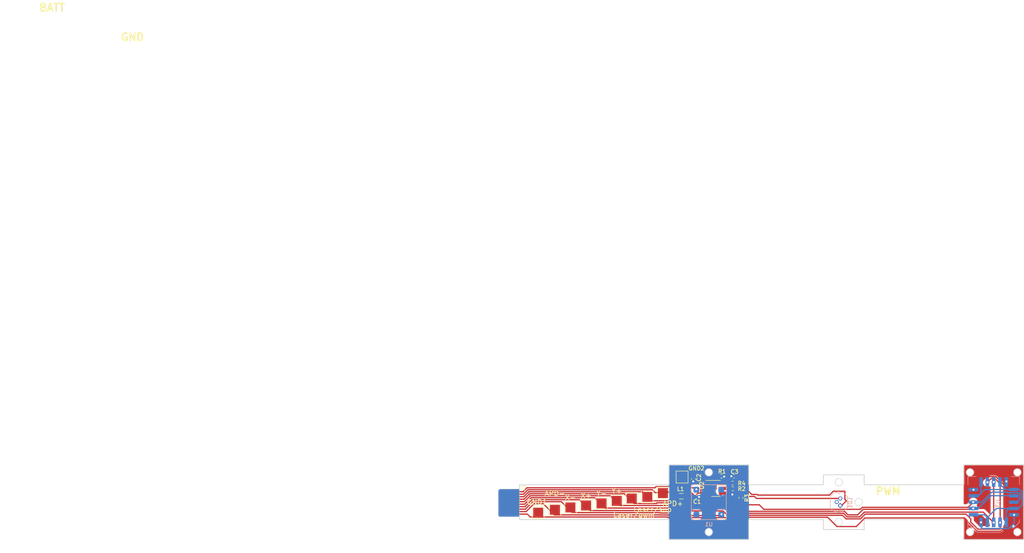
<source format=kicad_pcb>
(kicad_pcb (version 20221018) (generator pcbnew)
  (layers (0 "F.Cu" signal) (31 "B.Cu" signal) (34 "B.Paste" user) (35 "F.Paste" user) (36 "B.SilkS" user "B.Silkscreen") (37 "F.SilkS" user "F.Silkscreen") (38 "B.Mask" user) (39 "F.Mask" user) (44 "Edge.Cuts" user))
  (net 0 "")
  (net 1 "GND")
  (net 2 "Net-(LD1-A)")
  (net 3 "Net-(C3-Pad1)")
  (net 4 "Net-(U2-SW)")
  (net 6 "Net-(LD1-C)")
  (net 7 "Net-(U2-FB)")
  (net 9 "Net-(J3-Pin_9)")
  (net 10 "Net-(J3-Pin_1)")
  (net 11 "Net-(J3-Pin_2)")
  (net 12 "Net-(J3-Pin_5)")
  (net 13 "Net-(J3-Pin_6)")
  (net 14 "Net-(J3-Pin_4)")
  (net 15 "Net-(J3-Pin_3)")
  (net 16 "Net-(J3-Pin_7)")
  (net 17 "Net-(U3-NC-Pad12)")
  (net 18 "Net-(J3-Pin_8)")
  (footprint "footprints:FH19C_Connector" (layer "F.Cu") (at 96.5 88.425 90)
    (fp_text reference "J3" (at 2.95 2.5 90 unlocked) (layer "F.SilkS") (effects (font (size 0.8 0.8) (thickness 0.1))))
    (fp_text value "Conn_01x10")
    (fp_poly (pts (xy -2.66 1.6) (xy -2.66 -2.25) (xy -2.52 -2.39) (xy 2.42 -2.4) (xy 2.66 -2.23) (xy 2.68 1.61)) (stroke (width 0.2)) (fill solid) (layer "B.Cu"))
    (fp_line (start -2.58 1.75) (end 2.67 1.75) (stroke (width 0.05)) (layer "F.SilkS"))
    (fp_line (start -2.8 -2.3) (end -2.8 1.75) (stroke (width 0.05)) (layer "Edge.Cuts"))
    (fp_line (start -2.55 -2.55) (end -2.8 -2.3) (stroke (width 0.05)) (layer "Edge.Cuts"))
    (fp_line (start 2.45 -2.55) (end -2.55 -2.55) (stroke (width 0.05)) (layer "Edge.Cuts"))
    (fp_line (start 2.8 -2.3) (end 2.45 -2.55) (stroke (width 0.05)) (layer "Edge.Cuts"))
    (fp_line (start 2.8 1.75) (end 2.8 -2.3) (stroke (width 0.05)) (layer "Edge.Cuts"))
    (pad "1" smd rect (at -2.25 -1.02 180) (size 2.5 0.33) (layers "F.Cu" "F.Paste" "F.Mask") (net 10 "Net-(J3-Pin_1)"))
    (pad "2" smd rect (at -1.75 -1.02 180) (size 2.5 0.33) (layers "F.Cu" "F.Paste" "F.Mask") (net 11 "Net-(J3-Pin_2)"))
    (pad "3" smd rect (at -1.25 -1.02 180) (size 2.5 0.33) (layers "F.Cu" "F.Paste" "F.Mask") (net 15 "Net-(J3-Pin_3)"))
    (pad "4" smd rect (at -0.75 -1.02 180) (size 2.5 0.33) (layers "F.Cu" "F.Paste" "F.Mask") (net 14 "Net-(J3-Pin_4)"))
    (pad "5" smd rect (at -0.25 -1.02 180) (size 2.5 0.33) (layers "F.Cu" "F.Paste" "F.Mask") (net 12 "Net-(J3-Pin_5)"))
    (pad "6" smd rect (at 0.25 -1.02 180) (size 2.5 0.33) (layers "F.Cu" "F.Paste" "F.Mask") (net 13 "Net-(J3-Pin_6)"))
    (pad "7" smd rect (at 0.75 -1.02 180) (size 2.5 0.33) (layers "F.Cu" "F.Paste" "F.Mask") (net 16 "Net-(J3-Pin_7)"))
    (pad "8" smd rect (at 1.25 -1.02 180) (size 2.5 0.33) (layers "F.Cu" "F.Paste" "F.Mask") (net 18 "Net-(J3-Pin_8)"))
    (pad "9" smd rect (at 1.75 -1.02 180) (size 2.5 0.33) (layers "F.Cu" "F.Paste" "F.Mask") (net 9 "Net-(J3-Pin_9)"))
    (pad "10" smd rect (at 2.25 -1.02 180) (size 2.5 0.33) (layers "F.Cu" "F.Paste" "F.Mask") (net 1 "GND"))
  )
  (footprint "TestPoint:TestPoint_Pad_2.0x2.0mm" (layer "F.Cu") (at 120.78 87.53)
    (fp_text reference "Laser/pwm" (at 0.44 3.32) (layer "F.SilkS"))
    (fp_text value "TestPoint")
    (fp_line (start -1.2 -1.2) (end 1.2 -1.2) (stroke (width 0.12)) (layer "F.SilkS"))
    (fp_line (start -1.2 1.2) (end -1.2 -1.2) (stroke (width 0.12)) (layer "F.SilkS"))
    (fp_line (start 1.2 -1.2) (end 1.2 1.2) (stroke (width 0.12)) (layer "F.SilkS"))
    (fp_line (start 1.2 1.2) (end -1.2 1.2) (stroke (width 0.12)) (layer "F.SilkS"))
    (pad "1" smd rect (at 0 0) (size 2 2) (layers "F.Cu" "F.Mask") (net 16 "Net-(J3-Pin_7)"))
  )
  (footprint "Resistor_SMD:R_0402_1005Metric" (layer "F.Cu") (at 142.7 87.4 -90)
    (fp_text reference "R3" (at 0.05 -1.2 -90) (layer "F.SilkS") (effects (font (size 0.8 0.8))))
    (fp_text value "33k")
    (fp_line (start -0.153641 -0.38) (end 0.153641 -0.38) (stroke (width 0.12)) (layer "F.SilkS"))
    (fp_line (start -0.153641 0.38) (end 0.153641 0.38) (stroke (width 0.12)) (layer "F.SilkS"))
    (pad "1" smd roundrect (at -0.51 0 270) (size 0.54 0.64) (layers "F.Cu" "F.Paste" "F.Mask") (net 3 "Net-(C3-Pad1)"))
    (pad "2" smd roundrect (at 0.51 0 270) (size 0.54 0.64) (layers "F.Cu" "F.Paste" "F.Mask") (net 16 "Net-(J3-Pin_7)"))
  )
  (footprint "TestPoint:TestPoint_Pad_2.0x2.0mm" (layer "F.Cu") (at 111.61 88.94)
    (fp_text reference "X+" (at 0 -1.998) (layer "F.SilkS"))
    (fp_text value "TestPoint")
    (fp_line (start -1.2 -1.2) (end 1.2 -1.2) (stroke (width 0.12)) (layer "F.SilkS"))
    (fp_line (start -1.2 1.2) (end -1.2 -1.2) (stroke (width 0.12)) (layer "F.SilkS"))
    (fp_line (start 1.2 -1.2) (end 1.2 1.2) (stroke (width 0.12)) (layer "F.SilkS"))
    (fp_line (start 1.2 1.2) (end -1.2 1.2) (stroke (width 0.12)) (layer "F.SilkS"))
    (pad "1" smd rect (at 0 0) (size 2 2) (layers "F.Cu" "F.Mask") (net 14 "Net-(J3-Pin_4)"))
  )
  (footprint "TestPoint:TestPoint_Pad_2.0x2.0mm" (layer "F.Cu") (at 105.35 89.81)
    (fp_text reference "APD-" (at -0.02 -3.29) (layer "F.SilkS"))
    (fp_text value "TestPoint")
    (fp_line (start -1.2 -1.2) (end 1.2 -1.2) (stroke (width 0.12)) (layer "F.SilkS"))
    (fp_line (start -1.2 1.2) (end -1.2 -1.2) (stroke (width 0.12)) (layer "F.SilkS"))
    (fp_line (start 1.2 -1.2) (end 1.2 1.2) (stroke (width 0.12)) (layer "F.SilkS"))
    (fp_line (start 1.2 1.2) (end -1.2 1.2) (stroke (width 0.12)) (layer "F.SilkS"))
    (pad "1" smd rect (at 0 0) (size 2 2) (layers "F.Cu" "F.Mask") (net 11 "Net-(J3-Pin_2)"))
  )
  (footprint "Resistor_SMD:R_0402_1005Metric" (layer "F.Cu") (at 141.025 84.45)
    (fp_text reference "R4" (at 1.825 0.05) (layer "F.SilkS") (effects (font (size 0.8 0.8))))
    (fp_text value "4.7k")
    (fp_line (start -0.153641 -0.38) (end 0.153641 -0.38) (stroke (width 0.12)) (layer "F.SilkS"))
    (fp_line (start -0.153641 0.38) (end 0.153641 0.38) (stroke (width 0.12)) (layer "F.SilkS"))
    (pad "1" smd roundrect (at -0.51 0) (size 0.54 0.64) (layers "F.Cu" "F.Paste" "F.Mask") (net 6 "Net-(LD1-C)"))
    (pad "2" smd roundrect (at 0.51 0) (size 0.54 0.64) (layers "F.Cu" "F.Paste" "F.Mask") (net 7 "Net-(U2-FB)"))
  )
  (footprint "Capacitor_SMD:C_0402_1005Metric" (layer "F.Cu") (at 133.795 87.225)
    (fp_text reference "C1" (at 0.095 0.951) (layer "F.SilkS") (effects (font (size 0.8 0.8))))
    (fp_text value "1u")
    (fp_line (start -0.107836 -0.36) (end 0.107836 -0.36) (stroke (width 0.12)) (layer "F.SilkS"))
    (fp_line (start -0.107836 0.36) (end 0.107836 0.36) (stroke (width 0.12)) (layer "F.SilkS"))
    (pad "1" smd roundrect (at -0.48 0) (size 0.56 0.62) (layers "F.Cu" "F.Paste" "F.Mask") (net 18 "Net-(J3-Pin_8)"))
    (pad "2" smd roundrect (at 0.48 0) (size 0.56 0.62) (layers "F.Cu" "F.Paste" "F.Mask") (net 1 "GND"))
  )
  (footprint "TestPoint:TestPoint_Pad_2.0x2.0mm" (layer "F.Cu") (at 127.04 86.45)
    (fp_text reference "APD+" (at 2.01 2.11) (layer "F.SilkS"))
    (fp_text value "TestPoint")
    (fp_line (start -1.2 -1.2) (end 1.2 -1.2) (stroke (width 0.12)) (layer "F.SilkS"))
    (fp_line (start -1.2 1.2) (end -1.2 -1.2) (stroke (width 0.12)) (layer "F.SilkS"))
    (fp_line (start 1.2 -1.2) (end 1.2 1.2) (stroke (width 0.12)) (layer "F.SilkS"))
    (fp_line (start 1.2 1.2) (end -1.2 1.2) (stroke (width 0.12)) (layer "F.SilkS"))
    (pad "1" smd rect (at 0 0) (size 2 2) (layers "F.Cu" "F.Mask") (net 9 "Net-(J3-Pin_9)"))
  )
  (footprint "TestPoint:TestPoint_Pad_2.0x2.0mm" (layer "F.Cu") (at 101.99 90.39)
    (fp_text reference "GND1" (at -0.25 -2.11) (layer "F.SilkS"))
    (fp_text value "TestPoint")
    (fp_line (start -1.2 -1.2) (end 1.2 -1.2) (stroke (width 0.12)) (layer "F.SilkS"))
    (fp_line (start -1.2 1.2) (end -1.2 -1.2) (stroke (width 0.12)) (layer "F.SilkS"))
    (fp_line (start 1.2 -1.2) (end 1.2 1.2) (stroke (width 0.12)) (layer "F.SilkS"))
    (fp_line (start 1.2 1.2) (end -1.2 1.2) (stroke (width 0.12)) (layer "F.SilkS"))
    (pad "1" smd rect (at 0 0) (size 2 2) (layers "F.Cu" "F.Mask") (net 10 "Net-(J3-Pin_1)"))
  )
  (footprint "Capacitor_SMD:C_0402_1005Metric" (layer "F.Cu") (at 133.175 83.625 -90)
    (fp_text reference "C2" (at -0.275 -1.075 -90) (layer "F.SilkS") (effects (font (size 0.8 0.8))))
    (fp_text value "1u")
    (fp_line (start -0.107836 -0.36) (end 0.107836 -0.36) (stroke (width 0.12)) (layer "F.SilkS"))
    (fp_line (start -0.107836 0.36) (end 0.107836 0.36) (stroke (width 0.12)) (layer "F.SilkS"))
    (pad "1" smd roundrect (at -0.48 0 270) (size 0.56 0.62) (layers "F.Cu" "F.Paste" "F.Mask") (net 2 "Net-(LD1-A)"))
    (pad "2" smd roundrect (at 0.48 0 270) (size 0.56 0.62) (layers "F.Cu" "F.Paste" "F.Mask") (net 1 "GND"))
  )
  (footprint "TestPoint:TestPoint_Pad_2.0x2.0mm" (layer "F.Cu") (at 108.46 89.33)
    (fp_text reference "X-" (at 0 -1.998) (layer "F.SilkS"))
    (fp_text value "TestPoint")
    (fp_line (start -1.2 -1.2) (end 1.2 -1.2) (stroke (width 0.12)) (layer "F.SilkS"))
    (fp_line (start -1.2 1.2) (end -1.2 -1.2) (stroke (width 0.12)) (layer "F.SilkS"))
    (fp_line (start 1.2 -1.2) (end 1.2 1.2) (stroke (width 0.12)) (layer "F.SilkS"))
    (fp_line (start 1.2 1.2) (end -1.2 1.2) (stroke (width 0.12)) (layer "F.SilkS"))
    (pad "1" smd rect (at 0 0) (size 2 2) (layers "F.Cu" "F.Mask") (net 15 "Net-(J3-Pin_3)"))
  )
  (footprint "Capacitor_SMD:C_0402_1005Metric" (layer "F.Cu") (at 141.3 83.075 180)
    (fp_text reference "C3" (at -0.125 0.925 180) (layer "F.SilkS") (effects (font (size 0.8 0.8))))
    (fp_text value "0.1u")
    (fp_line (start -0.107836 -0.36) (end 0.107836 -0.36) (stroke (width 0.12)) (layer "F.SilkS"))
    (fp_line (start -0.107836 0.36) (end 0.107836 0.36) (stroke (width 0.12)) (layer "F.SilkS"))
    (pad "1" smd roundrect (at -0.48 0 180) (size 0.56 0.62) (layers "F.Cu" "F.Paste" "F.Mask") (net 3 "Net-(C3-Pad1)"))
    (pad "2" smd roundrect (at 0.48 0 180) (size 0.56 0.62) (layers "F.Cu" "F.Paste" "F.Mask") (net 1 "GND"))
  )
  (footprint "Resistor_SMD:R_0402_1005Metric" (layer "F.Cu") (at 141.1 85.575)
    (fp_text reference "R2" (at 1.75 0.025) (layer "F.SilkS") (effects (font (size 0.8 0.8))))
    (fp_text value "4.7k")
    (fp_line (start -0.153641 -0.38) (end 0.153641 -0.38) (stroke (width 0.12)) (layer "F.SilkS"))
    (fp_line (start -0.153641 0.38) (end 0.153641 0.38) (stroke (width 0.12)) (layer "F.SilkS"))
    (pad "1" smd roundrect (at -0.51 0) (size 0.54 0.64) (layers "F.Cu" "F.Paste" "F.Mask") (net 7 "Net-(U2-FB)"))
    (pad "2" smd roundrect (at 0.51 0) (size 0.54 0.64) (layers "F.Cu" "F.Paste" "F.Mask") (net 3 "Net-(C3-Pad1)"))
  )
  (footprint "TestPoint:TestPoint_Pad_2.0x2.0mm" (layer "F.Cu") (at 114.71 88.52)
    (fp_text reference "Y-" (at 0 -1.998) (layer "F.SilkS"))
    (fp_text value "TestPoint")
    (fp_line (start -1.2 -1.2) (end 1.2 -1.2) (stroke (width 0.12)) (layer "F.SilkS"))
    (fp_line (start -1.2 1.2) (end -1.2 -1.2) (stroke (width 0.12)) (layer "F.SilkS"))
    (fp_line (start 1.2 -1.2) (end 1.2 1.2) (stroke (width 0.12)) (layer "F.SilkS"))
    (fp_line (start 1.2 1.2) (end -1.2 1.2) (stroke (width 0.12)) (layer "F.SilkS"))
    (pad "1" smd rect (at 0 0) (size 2 2) (layers "F.Cu" "F.Mask") (net 12 "Net-(J3-Pin_5)"))
  )
  (footprint "Resistor_SMD:R_0402_1005Metric" (layer "F.Cu") (at 138.8 83.05 180)
    (fp_text reference "R1" (at -0.1 0.95 180) (layer "F.SilkS") (effects (font (size 0.8 0.8))))
    (fp_text value "2")
    (fp_line (start -0.153641 -0.38) (end 0.153641 -0.38) (stroke (width 0.12)) (layer "F.SilkS"))
    (fp_line (start -0.153641 0.38) (end 0.153641 0.38) (stroke (width 0.12)) (layer "F.SilkS"))
    (pad "1" smd roundrect (at -0.51 0 180) (size 0.54 0.64) (layers "F.Cu" "F.Paste" "F.Mask") (net 1 "GND"))
    (pad "2" smd roundrect (at 0.51 0 180) (size 0.54 0.64) (layers "F.Cu" "F.Paste" "F.Mask") (net 6 "Net-(LD1-C)"))
  )
  (footprint "Inductor_SMD:L_0805_2012Metric_Pad1.05x1.20mm_HandSolder" (layer "F.Cu") (at 130.725 87.075 180)
    (fp_text reference "L1" (at 0.15 1.45) (layer "F.SilkS") (effects (font (size 0.8 0.8))))
    (fp_text value "4.7u")
    (fp_line (start -0.410242 -0.56) (end 0.410242 -0.56) (stroke (width 0.12)) (layer "F.SilkS"))
    (fp_line (start -0.410242 0.56) (end 0.410242 0.56) (stroke (width 0.12)) (layer "F.SilkS"))
    (pad "1" smd roundrect (at -1.15 0 180) (size 1.05 1.2) (layers "F.Cu" "F.Paste" "F.Mask") (roundrect_rratio 0.238095) (net 4 "Net-(U2-SW)"))
    (pad "2" smd roundrect (at 1.15 0 180) (size 1.05 1.2) (layers "F.Cu" "F.Paste" "F.Mask") (roundrect_rratio 0.238095) (net 18 "Net-(J3-Pin_8)"))
  )
  (footprint "TestPoint:TestPoint_Pad_2.0x2.0mm" (layer "F.Cu") (at 117.77 88.01)
    (fp_text reference "Y+" (at 0 -1.998) (layer "F.SilkS"))
    (fp_text value "TestPoint")
    (fp_line (start -1.2 -1.2) (end 1.2 -1.2) (stroke (width 0.12)) (layer "F.SilkS"))
    (fp_line (start -1.2 1.2) (end -1.2 -1.2) (stroke (width 0.12)) (layer "F.SilkS"))
    (fp_line (start 1.2 -1.2) (end 1.2 1.2) (stroke (width 0.12)) (layer "F.SilkS"))
    (fp_line (start 1.2 1.2) (end -1.2 1.2) (stroke (width 0.12)) (layer "F.SilkS"))
    (pad "1" smd rect (at 0 0) (size 2 2) (layers "F.Cu" "F.Mask") (net 13 "Net-(J3-Pin_6)"))
  )
  (footprint "Package_TO_SOT_SMD:SOT-23-6_Handsoldering" (layer "F.Cu") (at 137.675 85.5)
    (fp_text reference "U2" (at -2.825 -0.6 90) (layer "F.SilkS") (effects (font (size 0.8 0.8))))
    (fp_text value "~")
    (fp_line (start -0.9 1.61) (end 0.9 1.61) (stroke (width 0.12)) (layer "F.SilkS"))
    (fp_line (start 0.9 -1.61) (end -2.05 -1.61) (stroke (width 0.12)) (layer "F.SilkS"))
    (pad "1" smd rect (at -1.35 -0.95) (size 1.56 0.65) (layers "F.Cu" "F.Paste" "F.Mask") (net 18 "Net-(J3-Pin_8)"))
    (pad "2" smd rect (at -1.35 0) (size 1.56 0.65) (layers "F.Cu" "F.Paste" "F.Mask") (net 2 "Net-(LD1-A)"))
    (pad "3" smd rect (at -1.35 0.95) (size 1.56 0.65) (layers "F.Cu" "F.Paste" "F.Mask") (net 18 "Net-(J3-Pin_8)"))
    (pad "4" smd rect (at 1.35 0.95) (size 1.56 0.65) (layers "F.Cu" "F.Paste" "F.Mask") (net 4 "Net-(U2-SW)"))
    (pad "5" smd rect (at 1.35 0) (size 1.56 0.65) (layers "F.Cu" "F.Paste" "F.Mask") (net 1 "GND"))
    (pad "6" smd rect (at 1.35 -0.95) (size 1.56 0.65) (layers "F.Cu" "F.Paste" "F.Mask") (net 7 "Net-(U2-FB)"))
  )
  (footprint "TestPoint:TestPoint_Pad_2.0x2.0mm" (layer "F.Cu") (at 123.9 87.21)
    (fp_text reference "Laser/sup" (at 1.06 2.53) (layer "F.SilkS"))
    (fp_text value "TestPoint")
    (fp_line (start -1.2 -1.2) (end 1.2 -1.2) (stroke (width 0.12)) (layer "F.SilkS"))
    (fp_line (start -1.2 1.2) (end -1.2 -1.2) (stroke (width 0.12)) (layer "F.SilkS"))
    (fp_line (start 1.2 -1.2) (end 1.2 1.2) (stroke (width 0.12)) (layer "F.SilkS"))
    (fp_line (start 1.2 1.2) (end -1.2 1.2) (stroke (width 0.12)) (layer "F.SilkS"))
    (pad "1" smd rect (at 0 0) (size 2 2) (layers "F.Cu" "F.Mask") (net 18 "Net-(J3-Pin_8)"))
  )
  (footprint "TestPoint:TestPoint_Pad_2.0x2.0mm" (layer "F.Cu") (at 130.88 83.22)
    (fp_text reference "GND2" (at 2.89 -1.73) (layer "F.SilkS") (effects (font (size 0.8 0.8))))
    (fp_text value "TestPoint")
    (fp_line (start -1.2 -1.2) (end 1.2 -1.2) (stroke (width 0.12)) (layer "F.SilkS"))
    (fp_line (start -1.2 1.2) (end -1.2 -1.2) (stroke (width 0.12)) (layer "F.SilkS"))
    (fp_line (start 1.2 -1.2) (end 1.2 1.2) (stroke (width 0.12)) (layer "F.SilkS"))
    (fp_line (start 1.2 1.2) (end -1.2 1.2) (stroke (width 0.12)) (layer "F.SilkS"))
    (pad "1" smd rect (at 0 0) (size 2 2) (layers "F.Cu" "F.Mask") (net 1 "GND"))
  )
  (footprint "Package_LCC:PLCC-20" (layer "B.Cu") (at 193.45 88.275 90)
    (fp_text reference "U3" (at -0.275 0.825 90) (layer "B.SilkS") (effects (font (size 0.8 0.8)) (justify mirror)))
    (fp_text value "~")
    (fp_line (start -5.165 -5.165) (end -5.165 -3.515) (stroke (width 0.1)) (layer "B.SilkS"))
    (fp_line (start -5.165 4.015) (end -5.165 3.515) (stroke (width 0.1)) (layer "B.SilkS"))
    (fp_line (start -4.015 5.165) (end -5.165 4.015) (stroke (width 0.1)) (layer "B.SilkS"))
    (fp_line (start -3.515 -5.165) (end -5.165 -5.165) (stroke (width 0.1)) (layer "B.SilkS"))
    (fp_line (start -3.515 5.165) (end -4.015 5.165) (stroke (width 0.1)) (layer "B.SilkS"))
    (fp_line (start 3.515 -5.165) (end 5.165 -5.165) (stroke (width 0.1)) (layer "B.SilkS"))
    (fp_line (start 3.515 5.165) (end 5.165 5.165) (stroke (width 0.1)) (layer "B.SilkS"))
    (fp_line (start 5.165 -5.165) (end 5.165 -3.515) (stroke (width 0.1)) (layer "B.SilkS"))
    (fp_line (start 5.165 5.165) (end 5.165 3.515) (stroke (width 0.1)) (layer "B.SilkS"))
    (pad "1" smd rect (at 0 4.0525 90) (size 0.7 1.925) (layers "B.Cu" "B.Paste" "B.Mask") (net 13 "Net-(J3-Pin_6)"))
    (pad "2" smd rect (at -1.27 4.0525 90) (size 0.7 1.925) (layers "B.Cu" "B.Paste" "B.Mask") (net 17 "Net-(U3-NC-Pad12)"))
    (pad "3" smd rect (at -2.54 4.0525 90) (size 0.7 1.925) (layers "B.Cu" "B.Paste" "B.Mask") (net 10 "Net-(J3-Pin_1)"))
    (pad "4" smd rect (at -4.0525 2.54 90) (size 1.925 0.7) (layers "B.Cu" "B.Paste" "B.Mask") (net 17 "Net-(U3-NC-Pad12)"))
    (pad "5" smd rect (at -4.0525 1.27 90) (size 1.925 0.7) (layers "B.Cu" "B.Paste" "B.Mask") (net 15 "Net-(J3-Pin_3)"))
    (pad "6" smd rect (at -4.0525 0 90) (size 1.925 0.7) (layers "B.Cu" "B.Paste" "B.Mask") (net 14 "Net-(J3-Pin_4)"))
    (pad "7" smd rect (at -4.0525 -1.27 90) (size 1.925 0.7) (layers "B.Cu" "B.Paste" "B.Mask") (net 17 "Net-(U3-NC-Pad12)"))
    (pad "8" smd rect (at -4.0525 -2.54 90) (size 1.925 0.7) (layers "B.Cu" "B.Paste" "B.Mask") (net 10 "Net-(J3-Pin_1)"))
    (pad "9" smd rect (at -2.54 -4.0525 90) (size 0.7 1.925) (layers "B.Cu" "B.Paste" "B.Mask") (net 17 "Net-(U3-NC-Pad12)"))
    (pad "10" smd rect (at -1.27 -4.0525 90) (size 0.7 1.925) (layers "B.Cu" "B.Paste" "B.Mask") (net 12 "Net-(J3-Pin_5)"))
    (pad "11" smd rect (at 0 -4.0525 90) (size 0.7 1.925) (layers "B.Cu" "B.Paste" "B.Mask") (net 13 "Net-(J3-Pin_6)"))
    (pad "12" smd rect (at 1.27 -4.0525 90) (size 0.7 1.925) (layers "B.Cu" "B.Paste" "B.Mask") (net 17 "Net-(U3-NC-Pad12)"))
    (pad "13" smd rect (at 2.54 -4.0525 90) (size 0.7 1.925) (layers "B.Cu" "B.Paste" "B.Mask") (net 10 "Net-(J3-Pin_1)"))
    (pad "14" smd rect (at 4.0525 -2.54 90) (size 1.925 0.7) (layers "B.Cu" "B.Paste" "B.Mask") (net 17 "Net-(U3-NC-Pad12)"))
    (pad "15" smd rect (at 4.0525 -1.27 90) (size 1.925 0.7) (layers "B.Cu" "B.Paste" "B.Mask") (net 15 "Net-(J3-Pin_3)"))
    (pad "16" smd rect (at 4.0525 0 90) (size 1.925 0.7) (layers "B.Cu" "B.Paste" "B.Mask") (net 14 "Net-(J3-Pin_4)"))
    (pad "17" smd rect (at 4.0525 1.27 90) (size 1.925 0.7) (layers "B.Cu" "B.Paste" "B.Mask") (net 17 "Net-(U3-NC-Pad12)"))
    (pad "18" smd rect (at 4.0525 2.54 90) (size 1.925 0.7) (layers "B.Cu" "B.Paste" "B.Mask") (net 10 "Net-(J3-Pin_1)"))
    (pad "19" smd rect (at 2.54 4.0525 90) (size 0.7 1.925) (layers "B.Cu" "B.Paste" "B.Mask") (net 17 "Net-(U3-NC-Pad12)"))
    (pad "20" smd rect (at 1.27 4.0525 90) (size 0.7 1.925) (layers "B.Cu" "B.Paste" "B.Mask") (net 12 "Net-(J3-Pin_5)"))
  )
  (footprint "0_kicad_custom_footprints:SensL_SiPM_6mm" (layer "B.Cu") (at 136.25 88.275 180)
    (fp_text reference "U1" (at 0 -4.445 unlocked) (layer "B.SilkS") (effects (font (size 0.8 0.8)) (justify mirror)))
    (fp_text value "SensL_SiPM")
    (fp_rect (start -3.5 -3.5) (end 3.5 3.5) (stroke (width 0.12)) (fill none) (layer "B.SilkS"))
    (pad "1" smd roundrect (at -2.5 -2.5 180) (size 1.2 1.2) (layers "B.Cu" "B.Paste" "B.Mask") (net 11 "Net-(J3-Pin_2)"))
    (pad "2" smd roundrect (at 2.5 -2.5 180) (size 1.2 1.2) (layers "B.Cu" "B.Paste" "B.Mask"))
    (pad "3" smd roundrect (at 2.5 2.5 180) (size 1.2 1.2) (layers "B.Cu" "B.Paste" "B.Mask") (net 9 "Net-(J3-Pin_9)"))
    (pad "4" smd roundrect (at -2.5 2.5 180) (size 1.2 1.2) (layers "B.Cu" "B.Paste" "B.Mask"))
  )
  (footprint "OptoDevice:LaserDiode_TO38ICut-3" (layer "B.Cu") (at 162.35 88.955 90)
    (fp_text reference "LD1" (at 0.525 2.274 -90) (layer "B.SilkS") (effects (font (size 0.8 0.8)) (justify mirror)))
    (fp_text value "PL450B")
    (fp_line (start -1.15 0.3) (end -0.95 0) (stroke (width 0.12)) (layer "B.SilkS"))
    (fp_line (start -0.95 0) (end -1.15 -0.3) (stroke (width 0.12)) (layer "B.SilkS"))
    (fp_line (start -0.4 -1.7) (end 1.8 -1.7) (stroke (width 0.12)) (layer "B.SilkS"))
    (fp_line (start 1.8 1.7) (end -0.4 1.7) (stroke (width 0.12)) (layer "B.SilkS"))
    (fp_line (start 2.35 0) (end 2.55 -0.3) (stroke (width 0.12)) (layer "B.SilkS"))
    (fp_line (start 2.55 0.3) (end 2.35 0) (stroke (width 0.12)) (layer "B.SilkS"))
    (fp_arc (start -0.4 1.7) (mid -1.320296 0) (end -0.4 -1.7) (stroke (width 0.12)) (layer "B.SilkS"))
    (fp_arc (start 1.790069 -1.706327) (mid 2.729422 -0.005888) (end 1.8 1.7) (stroke (width 0.12)) (layer "B.SilkS"))
    (pad "1" thru_hole roundrect (at 0 0.3 45) (size 0.8 0.8) (drill 0.5) (layers "*.Cu" "*.Mask") (net 2 "Net-(LD1-A)"))
    (pad "2" thru_hole circle (at 0.715 -0.415 90) (size 0.8 0.8) (drill 0.5) (layers "*.Cu" "*.Mask"))
    (pad "3" thru_hole circle (at 1.43 0.3 90) (size 0.8 0.8) (drill 0.5) (layers "*.Cu" "*.Mask") (net 6 "Net-(LD1-C)"))
  )
  (gr_line (start 128.25 95.775) (end 128.25 91.775) (stroke (width 0.15)) (layer "Edge.Cuts"))
  (gr_line (start 187.45 95.775) (end 187.45 91.775) (stroke (width 0.15)) (layer "Edge.Cuts"))
  (gr_line (start 128.25 80.775) (end 144.25 80.775) (stroke (width 0.15)) (layer "Edge.Cuts"))
  (gr_line (start 167.45 91.775) (end 167.45 93.775) (stroke (width 0.15)) (layer "Edge.Cuts"))
  (gr_line (start 159.25 84.775) (end 159.25 82.775) (stroke (width 0.15)) (layer "Edge.Cuts"))
  (gr_circle (center 166.35 88.245) (end 167.1 88.245) (stroke (width 0.1)) (fill none) (layer "Edge.Cuts"))
  (gr_line (start 144.25 95.775) (end 128.25 95.775) (stroke (width 0.15)) (layer "Edge.Cuts"))
  (gr_line (start 128.25 91.775) (end 98.25 91.775) (stroke (width 0.15)) (layer "Edge.Cuts"))
  (gr_line (start 144.25 91.775) (end 144.25 95.775) (stroke (width 0.15)) (layer "Edge.Cuts"))
  (gr_line (start 128.25 84.775) (end 128.25 80.775) (stroke (width 0.15)) (layer "Edge.Cuts"))
  (gr_line (start 199.45 80.775) (end 199.45 95.775) (stroke (width 0.15)) (layer "Edge.Cuts"))
  (gr_circle (center 162.35 92.275) (end 163.1 92.275) (stroke (width 0.1)) (fill none) (layer "Edge.Cuts"))
  (gr_circle (center 198.2 94.275) (end 198.95 94.275) (stroke (width 0.1)) (fill none) (layer "Edge.Cuts"))
  (gr_line (start 144.25 80.775) (end 144.25 84.775) (stroke (width 0.15)) (layer "Edge.Cuts"))
  (gr_line (start 187.45 91.775) (end 167.45 91.775) (stroke (width 0.15)) (layer "Edge.Cuts"))
  (gr_line (start 159.25 82.775) (end 167.45 82.775) (stroke (width 0.15)) (layer "Edge.Cuts"))
  (gr_line (start 98.25 84.775) (end 98.25 85.625) (stroke (width 0.15)) (layer "Edge.Cuts"))
  (gr_line (start 144.25 84.775) (end 159.25 84.775) (stroke (width 0.15)) (layer "Edge.Cuts"))
  (gr_circle (center 188.7 94.275) (end 189.45 94.275) (stroke (width 0.1)) (fill none) (layer "Edge.Cuts"))
  (gr_line (start 199.45 95.775) (end 187.45 95.775) (stroke (width 0.15)) (layer "Edge.Cuts"))
  (gr_line (start 167.45 93.775) (end 159.25 93.775) (stroke (width 0.15)) (layer "Edge.Cuts"))
  (gr_circle (center 136.25 82.275) (end 137 82.275) (stroke (width 0.1)) (fill none) (layer "Edge.Cuts"))
  (gr_line (start 167.45 84.775) (end 187.45 84.775) (stroke (width 0.15)) (layer "Edge.Cuts"))
  (gr_line (start 98.25 91.225) (end 98.25 91.775) (stroke (width 0.15)) (layer "Edge.Cuts"))
  (gr_line (start 187.45 80.775) (end 199.45 80.775) (stroke (width 0.15)) (layer "Edge.Cuts"))
  (gr_line (start 167.45 82.775) (end 167.45 84.775) (stroke (width 0.15)) (layer "Edge.Cuts"))
  (gr_circle (center 136.25 94.275) (end 137 94.275) (stroke (width 0.1)) (fill none) (layer "Edge.Cuts"))
  (gr_line (start 159.25 91.775) (end 144.25 91.775) (stroke (width 0.15)) (layer "Edge.Cuts"))
  (gr_circle (center 188.7 82.275) (end 189.45 82.275) (stroke (width 0.1)) (fill none) (layer "Edge.Cuts"))
  (gr_circle (center 162.35 84.275) (end 163.1 84.275) (stroke (width 0.1)) (fill none) (layer "Edge.Cuts"))
  (gr_line (start 159.25 93.775) (end 159.25 91.775) (stroke (width 0.15)) (layer "Edge.Cuts"))
  (gr_line (start 98.25 84.775) (end 128.25 84.775) (stroke (width 0.15)) (layer "Edge.Cuts"))
  (gr_circle (center 198.2 82.275) (end 198.95 82.275) (stroke (width 0.1)) (fill none) (layer "Edge.Cuts"))
  (gr_line (start 187.45 84.775) (end 187.45 80.775) (stroke (width 0.15)) (layer "Edge.Cuts"))
  (gr_text "PWM" (at 169.6 86.916) (layer "F.SilkS") (effects (font (size 1.5 1.5) (thickness 0.3) bold) (justify left bottom)))
  (gr_text "GND" (at 18.034 -4.318) (layer "F.SilkS") (effects (font (size 1.5 1.5) (thickness 0.3) bold) (justify left bottom)))
  (gr_text "BATT" (at 1.65 -10.25) (layer "F.SilkS") (effects (font (size 1.5 1.5) (thickness 0.3) bold) (justify left bottom)))
  (segment (start 125.65109 85.15) (end 128.634314 85.15) (width 0.25) (layer "F.Cu") (net 1))
  (segment (start 128.94 84.98) (end 129.808 84.112) (width 0.25) (layer "F.Cu") (net 1))
  (segment (start 98.955 86.175) (end 99.750001 85.38) (width 0.25) (layer "F.Cu") (net 1))
  (segment (start 133.128 84.112) (end 133.135 84.105) (width 0.25) (layer "F.Cu") (net 1))
  (segment (start 99.750001 85.38) (end 125.42109 85.38) (width 0.25) (layer "F.Cu") (net 1))
  (segment (start 128.634314 85.15) (end 128.804314 84.98) (width 0.25) (layer "F.Cu") (net 1))
  (segment (start 140.840174 86.725) (end 140.975 86.725) (width 0.25) (layer "F.Cu") (net 1))
  (segment (start 125.42109 85.38) (end 125.65109 85.15) (width 0.25) (layer "F.Cu") (net 1))
  (segment (start 139.615174 85.5) (end 140.840174 86.725) (width 0.25) (layer "F.Cu") (net 1))
  (segment (start 133.135 84.105) (end 133.175 84.105) (width 0.25) (layer "F.Cu") (net 1))
  (segment (start 129.808 84.112) (end 133.128 84.112) (width 0.25) (layer "F.Cu") (net 1))
  (segment (start 139.025 85.5) (end 139.615174 85.5) (width 0.25) (layer "F.Cu") (net 1))
  (segment (start 128.804314 84.98) (end 128.94 84.98) (width 0.25) (layer "F.Cu") (net 1))
  (segment (start 95.48 86.175) (end 98.955 86.175) (width 0.25) (layer "F.Cu") (net 1))
  (via (at 139.337031 83.1295) (size 0.8) (drill 0.4) (layers "F.Cu" "B.Cu") (net 1))
  (via (at 134.3 87.225) (size 0.8) (drill 0.4) (layers "F.Cu" "B.Cu") (net 1))
  (via (at 133.128 84.112) (size 0.8) (drill 0.4) (layers "F.Cu" "B.Cu") (net 1))
  (via (at 140.975 86.725) (size 0.8) (drill 0.4) (layers "F.Cu" "B.Cu") (net 1))
  (via (at 140.775 83.05) (size 0.8) (drill 0.4) (layers "F.Cu" "B.Cu") (net 1))
  (segment (start 131.35 85.89) (end 131.35 86.398) (width 0.25) (layer "B.Cu") (net 1))
  (segment (start 131.35 86.398) (end 132.874 87.922) (width 0.25) (layer "B.Cu") (net 1))
  (segment (start 132.874 87.922) (end 133.603 87.922) (width 0.25) (layer "B.Cu") (net 1))
  (segment (start 133.128 84.112) (end 131.35 85.89) (width 0.25) (layer "B.Cu") (net 1))
  (segment (start 133.603 87.922) (end 134.3 87.225) (width 0.25) (layer "B.Cu") (net 1))
  (segment (start 134.3 87.225) (end 133.79405 87.225) (width 0.25) (layer "B.Cu") (net 1))
  (segment (start 137.564 85.5) (end 136.325 85.5) (width 0.25) (layer "F.Cu") (net 2))
  (segment (start 136.965174 83.475) (end 137.7 84.209826) (width 0.25) (layer "F.Cu") (net 2))
  (segment (start 146.1 86.85) (end 145.975 86.725) (width 0.25) (layer "F.Cu") (net 2))
  (segment (start 160.475 86.85) (end 146.1 86.85) (width 0.25) (layer "F.Cu") (net 2))
  (segment (start 144.875 86.725) (end 142.95 84.8) (width 0.25) (layer "F.Cu") (net 2))
  (segment (start 142.95 81.525) (end 143.05 81.425) (width 0.25) (layer "F.Cu") (net 2))
  (segment (start 161.25 86.075) (end 160.475 86.85) (width 0.25) (layer "F.Cu") (net 2))
  (segment (start 145.975 86.725) (end 144.875 86.725) (width 0.25) (layer "F.Cu") (net 2))
  (segment (start 163.575 87.7) (end 163.575 86.075) (width 0.25) (layer "F.Cu") (net 2))
  (segment (start 143.05 81.425) (end 142.9 81.275) (width 0.25) (layer "F.Cu") (net 2))
  (segment (start 142.95 84.8) (end 142.95 81.525) (width 0.25) (layer "F.Cu") (net 2))
  (segment (start 163.875 88) (end 163.575 87.7) (width 0.25) (layer "F.Cu") (net 2))
  (segment (start 137.7 84.209826) (end 137.7 85.636) (width 0.25) (layer "F.Cu") (net 2))
  (segment (start 163.575 86.075) (end 161.25 86.075) (width 0.25) (layer "F.Cu") (net 2))
  (segment (start 137.7 85.636) (end 137.564 85.5) (width 0.25) (layer "F.Cu") (net 2))
  (segment (start 134.075 83.475) (end 136.965174 83.475) (width 0.25) (layer "F.Cu") (net 2))
  (segment (start 142.9 81.275) (end 139.165174 81.275) (width 0.25) (layer "F.Cu") (net 2))
  (segment (start 162.35 88.955) (end 162.92 88.955) (width 0.25) (layer "F.Cu") (net 2))
  (segment (start 162.92 88.955) (end 163.875 88) (width 0.25) (layer "F.Cu") (net 2))
  (segment (start 133.175 83.145) (end 133.745 83.145) (width 0.25) (layer "F.Cu") (net 2))
  (segment (start 139.165174 81.275) (end 136.965174 83.475) (width 0.25) (layer "F.Cu") (net 2))
  (segment (start 133.745 83.145) (end 134.075 83.475) (width 0.25) (layer "F.Cu") (net 2))
  (segment (start 142.7 86.89) (end 142.7 86.665) (width 0.25) (layer "F.Cu") (net 3))
  (segment (start 142.08 83.75) (end 141.78 83.45) (width 0.25) (layer "F.Cu") (net 3))
  (segment (start 142.7 86.665) (end 141.61 85.575) (width 0.25) (layer "F.Cu") (net 3))
  (segment (start 142.08 85.105) (end 141.61 85.575) (width 0.25) (layer "F.Cu") (net 3))
  (segment (start 141.78 83.45) (end 141.78 83.075) (width 0.25) (layer "F.Cu") (net 3))
  (segment (start 142.08 83.75) (end 142.08 85.105) (width 0.25) (layer "F.Cu") (net 3))
  (segment (start 137.475 88) (end 139.025 86.45) (width 0.25) (layer "F.Cu") (net 4))
  (segment (start 132.8 88) (end 137.475 88) (width 0.25) (layer "F.Cu") (net 4))
  (segment (start 131.875 87.075) (end 132.8 88) (width 0.25) (layer "F.Cu") (net 4))
  (segment (start 139.005174 82.455) (end 140.06 82.455) (width 0.25) (layer "F.Cu") (net 6))
  (segment (start 138.410174 83.05) (end 139.005174 82.455) (width 0.25) (layer "F.Cu") (net 6))
  (segment (start 140.09 84.025) (end 140.515 84.45) (width 0.25) (layer "F.Cu") (net 6))
  (segment (start 142.525 81.675) (end 142.48 81.72) (width 0.25) (layer "F.Cu") (net 6))
  (segment (start 145.410686 87.125) (end 145.810686 87.525) (width 0.25) (layer "F.Cu") (net 6))
  (segment (start 140.09 82.485) (end 140.9 81.675) (width 0.25) (layer "F.Cu") (net 6))
  (segment (start 142.48 81.72) (end 142.48 84.975) (width 0.25) (layer "F.Cu") (net 6))
  (segment (start 143.575 86.07) (end 143.575 87.125) (width 0.25) (layer "F.Cu") (net 6))
  (segment (start 140.09 82.485) (end 140.09 84.025) (width 0.25) (layer "F.Cu") (net 6))
  (segment (start 143.575 87.125) (end 145.410686 87.125) (width 0.25) (layer "F.Cu") (net 6))
  (segment (start 145.810686 87.525) (end 162.35 87.525) (width 0.25) (layer "F.Cu") (net 6))
  (segment (start 140.06 82.455) (end 140.09 82.485) (width 0.25) (layer "F.Cu") (net 6))
  (segment (start 140.9 81.675) (end 142.525 81.675) (width 0.25) (layer "F.Cu") (net 6))
  (segment (start 142.48 84.975) (end 143.575 86.07) (width 0.25) (layer "F.Cu") (net 6))
  (segment (start 140.59 85.575) (end 140.59 85.255) (width 0.25) (layer "F.Cu") (net 7))
  (segment (start 139.685174 84.55) (end 139.025 84.55) (width 0.25) (layer "F.Cu") (net 7))
  (segment (start 140.59 85.395) (end 141.535 84.45) (width 0.25) (layer "F.Cu") (net 7))
  (segment (start 140.463 85.128) (end 140.263174 85.128) (width 0.25) (layer "F.Cu") (net 7))
  (segment (start 140.59 85.575) (end 140.59 85.395) (width 0.25) (layer "F.Cu") (net 7))
  (segment (start 140.263174 85.128) (end 139.685174 84.55) (width 0.25) (layer "F.Cu") (net 7))
  (segment (start 140.59 85.255) (end 140.463 85.128) (width 0.25) (layer "F.Cu") (net 7))
  (segment (start 133.43 85.38) (end 128.97 85.38) (width 0.25) (layer "F.Cu") (net 9))
  (segment (start 125.46891 86.36) (end 124.88891 85.78) (width 0.25) (layer "F.Cu") (net 9))
  (segment (start 124.88891 85.78) (end 99.915686 85.78) (width 0.25) (layer "F.Cu") (net 9))
  (segment (start 99.020686 86.675) (end 95.48 86.675) (width 0.25) (layer "F.Cu") (net 9))
  (segment (start 133.75 85.7) (end 133.43 85.38) (width 0.25) (layer "F.Cu") (net 9))
  (segment (start 99.915686 85.78) (end 99.020686 86.675) (width 0.25) (layer "F.Cu") (net 9))
  (segment (start 127.99 86.36) (end 125.46891 86.36) (width 0.25) (layer "F.Cu") (net 9))
  (segment (start 128.97 85.38) (end 127.99 86.36) (width 0.25) (layer "F.Cu") (net 9))
  (via (at 133.75 85.7) (size 0.8) (drill 0.4) (layers "F.Cu" "B.Cu") (net 9))
  (segment (start 189.4 85.775) (end 192.025 83.15) (width 0.25) (layer "F.Cu") (net 10))
  (segment (start 187.459314 91.45) (end 190.134314 94.125) (width 0.25) (layer "F.Cu") (net 10))
  (segment (start 165.85499 93.17202) (end 167.57701 91.45) (width 0.25) (layer "F.Cu") (net 10))
  (segment (start 161.981127 93.17202) (end 165.85499 93.17202) (width 0.25) (layer "F.Cu") (net 10))
  (segment (start 197.55 91.440686) (end 197.55 90.825) (width 0.25) (layer "F.Cu") (net 10))
  (segment (start 196.075 89.35) (end 197.55 90.825) (width 0.25) (layer "F.Cu") (net 10))
  (segment (start 192.025 83.15) (end 193.895281 83.15) (width 0.25) (layer "F.Cu") (net 10))
  (segment (start 95.48 90.675) (end 99.815 90.675) (width 0.25) (layer "F.Cu") (net 10))
  (segment (start 194.865686 94.125) (end 197.55 91.440686) (width 0.25) (layer "F.Cu") (net 10))
  (segment (start 139.759999 91.375) (end 139.822157 91.312842) (width 0.25) (layer "F.Cu") (net 10))
  (segment (start 128.084315 91.375) (end 139.759999 91.375) (width 0.25) (layer "F.Cu") (net 10))
  (segment (start 99.815 90.675) (end 100.39 91.25) (width 0.25) (layer "F.Cu") (net 10))
  (segment (start 167.57701 91.45) (end 187.459314 91.45) (width 0.25) (layer "F.Cu") (net 10))
  (segment (start 190.134314 94.125) (end 194.865686 94.125) (width 0.25) (layer "F.Cu") (net 10))
  (segment (start 196.075 85.329719) (end 196.075 89.35) (width 0.25) (layer "F.Cu") (net 10))
  (segment (start 193.895281 83.15) (end 196.075 85.329719) (width 0.25) (layer "F.Cu") (net 10))
  (segment (start 100.39 91.25) (end 127.959315 91.25) (width 0.25) (layer "F.Cu") (net 10))
  (segment (start 127.959315 91.25) (end 128.084315 91.375) (width 0.25) (layer "F.Cu") (net 10))
  (segment (start 160.121949 91.312842) (end 161.981127 93.17202) (width 0.25) (layer "F.Cu") (net 10))
  (segment (start 139.822157 91.312842) (end 160.121949 91.312842) (width 0.25) (layer "F.Cu") (net 10))
  (via (at 190.9 92.325) (size 0.8) (drill 0.4) (layers "F.Cu" "B.Cu") (net 10))
  (via (at 196 84.1) (size 0.8) (drill 0.4) (layers "F.Cu" "B.Cu") (net 10))
  (via (at 197.55 90.825) (size 0.8) (drill 0.4) (layers "F.Cu" "B.Cu") (net 10))
  (via (at 189.4 85.775) (size 0.8) (drill 0.4) (layers "F.Cu" "B.Cu") (net 10))
  (via (at 197.4 93.075) (size 0.8) (drill 0.4) (layers "F.Cu" "B.Cu") (net 10))
  (segment (start 197.55 92.46891) (end 197.55 90.825) (width 0.25) (layer "B.Cu") (net 10))
  (segment (start 191.185 93.565) (end 196.45391 93.565) (width 0.25) (layer "B.Cu") (net 10))
  (segment (start 196.94391 93.075) (end 197.4 93.075) (width 0.25) (layer "B.Cu") (net 10))
  (segment (start 196.45391 93.565) (end 196.94391 93.075) (width 0.25) (layer "B.Cu") (net 10))
  (segment (start 190.91 93.29) (end 191.185 93.565) (width 0.25) (layer "B.Cu") (net 10))
  (segment (start 197.4 92.61891) (end 197.55 92.46891) (width 0.25) (layer "B.Cu") (net 10))
  (segment (start 197.4 93.075) (end 197.4 92.61891) (width 0.25) (layer "B.Cu") (net 10))
  (segment (start 190.91 92.3275) (end 190.91 93.29) (width 0.25) (layer "B.Cu") (net 10))
  (segment (start 101.15 88.58) (end 99.555 90.175) (width 0.25) (layer "F.Cu") (net 11))
  (segment (start 138.8 90.7) (end 138.545 90.955) (width 0.25) (layer "F.Cu") (net 11))
  (segment (start 138.545 90.955) (end 128.23 90.955) (width 0.25) (layer "F.Cu") (net 11))
  (segment (start 102.99891 88.58) (end 101.15 88.58) (width 0.25) (layer "F.Cu") (net 11))
  (segment (start 99.555 90.175) (end 95.48 90.175) (width 0.25) (layer "F.Cu") (net 11))
  (segment (start 126.279314 90.83) (end 105.24891 90.83) (width 0.25) (layer "F.Cu") (net 11))
  (segment (start 128.23 90.955) (end 128.124999 90.85) (width 0.25) (layer "F.Cu") (net 11))
  (segment (start 126.299314 90.85) (end 126.279314 90.83) (width 0.25) (layer "F.Cu") (net 11))
  (segment (start 128.124999 90.85) (end 126.299314 90.85) (width 0.25) (layer "F.Cu") (net 11))
  (segment (start 105.24891 90.83) (end 102.99891 88.58) (width 0.25) (layer "F.Cu") (net 11))
  (via (at 138.8 90.7) (size 0.8) (drill 0.4) (layers "F.Cu" "B.Cu") (net 11))
  (segment (start 164.2 90.825) (end 166.125 90.825) (width 0.25) (layer "F.Cu") (net 12))
  (segment (start 130.7 89.2) (end 139.615686 89.2) (width 0.25) (layer "F.Cu") (net 12))
  (segment (start 139.615686 89.2) (end 140.528528 90.112842) (width 0.25) (layer "F.Cu") (net 12))
  (segment (start 100.578431 87.38) (end 113.36 87.38) (width 0.25) (layer "F.Cu") (net 12))
  (segment (start 129.06 89.46) (end 129.3 89.7) (width 0.25) (layer "F.Cu") (net 12))
  (segment (start 115.44 89.46) (end 129.06 89.46) (width 0.25) (layer "F.Cu") (net 12))
  (segment (start 166.125 90.825) (end 167.237158 89.712842) (width 0.25) (layer "F.Cu") (net 12))
  (segment (start 140.528528 90.112842) (end 163.487842 90.112842) (width 0.25) (layer "F.Cu") (net 12))
  (segment (start 130.2 89.7) (end 130.7 89.2) (width 0.25) (layer "F.Cu") (net 12))
  (segment (start 113.36 87.38) (end 115.44 89.46) (width 0.25) (layer "F.Cu") (net 12))
  (segment (start 163.487842 90.112842) (end 164.2 90.825) (width 0.25) (layer "F.Cu") (net 12))
  (segment (start 99.28343 88.675) (end 100.578431 87.38) (width 0.25) (layer "F.Cu") (net 12))
  (segment (start 95.48 88.675) (end 99.28343 88.675) (width 0.25) (layer "F.Cu") (net 12))
  (segment (start 189.162158 89.712842) (end 189.35 89.525) (width 0.25) (layer "F.Cu") (net 12))
  (segment (start 167.237158 89.712842) (end 189.162158 89.712842) (width 0.25) (layer "F.Cu") (net 12))
  (segment (start 129.3 89.7) (end 130.2 89.7) (width 0.25) (layer "F.Cu") (net 12))
  (via (at 189.35 89.525) (size 0.8) (drill 0.4) (layers "F.Cu" "B.Cu") (net 12))
  (segment (start 192.93 86.975) (end 190.36 89.545) (width 0.25) (layer "B.Cu") (net 12))
  (segment (start 190.36 89.545) (end 189.3975 89.545) (width 0.25) (layer "B.Cu") (net 12))
  (segment (start 197.5 86.975) (end 192.93 86.975) (width 0.25) (layer "B.Cu") (net 12))
  (segment (start 130.534315 88.8) (end 146.375 88.8) (width 0.25) (layer "F.Cu") (net 13))
  (segment (start 100.412746 86.98) (end 116.45 86.98) (width 0.25) (layer "F.Cu") (net 13))
  (segment (start 99.217744 88.175) (end 100.412746 86.98) (width 0.25) (layer "F.Cu") (net 13))
  (segment (start 129.465686 89.3) (end 130.034314 89.3) (width 0.25) (layer "F.Cu") (net 13))
  (segment (start 118.41 88.94) (end 129.105686 88.94) (width 0.25) (layer "F.Cu") (net 13))
  (segment (start 167.071473 89.312842) (end 188.312158 89.312842) (width 0.25) (layer "F.Cu") (net 13))
  (segment (start 95.48 88.175) (end 99.217744 88.175) (width 0.25) (layer "F.Cu") (net 13))
  (segment (start 130.034314 89.3) (end 130.534315 88.8) (width 0.25) (layer "F.Cu") (net 13))
  (segment (start 166.671472 89.712842) (end 167.071473 89.312842) (width 0.25) (layer "F.Cu") (net 13))
  (segment (start 188.312158 89.312842) (end 189.35 88.275) (width 0.25) (layer "F.Cu") (net 13))
  (segment (start 116.45 86.98) (end 118.41 88.94) (width 0.25) (layer "F.Cu") (net 13))
  (segment (start 146.375 88.8) (end 147.287842 89.712842) (width 0.25) (layer "F.Cu") (net 13))
  (segment (start 147.287842 89.712842) (end 166.671472 89.712842) (width 0.25) (layer "F.Cu") (net 13))
  (segment (start 129.105686 88.94) (end 129.465686 89.3) (width 0.25) (layer "F.Cu") (net 13))
  (via (at 189.35 88.275) (size 0.8) (drill 0.4) (layers "F.Cu" "B.Cu") (net 13))
  (segment (start 197.98391 88.325) (end 198.74 87.56891) (width 0.25) (layer "B.Cu") (net 13))
  (segment (start 193.089314 86.25) (end 191.064314 88.275) (width 0.25) (layer "B.Cu") (net 13))
  (segment (start 198.74 87.56891) (end 198.74 86.54109) (width 0.25) (layer "B.Cu") (net 13))
  (segment (start 188.96609 88.275) (end 189.35 88.275) (width 0.25) (layer "B.Cu") (net 13))
  (segment (start 196.18 86.25) (end 193.089314 86.25) (width 0.25) (layer "B.Cu") (net 13))
  (segment (start 197.5 88.325) (end 197.98391 88.325) (width 0.25) (layer "B.Cu") (net 13))
  (segment (start 191.064314 88.275) (end 189.35 88.275) (width 0.25) (layer "B.Cu") (net 13))
  (segment (start 198.74 86.54109) (end 198.57891 86.38) (width 0.25) (layer "B.Cu") (net 13))
  (segment (start 196.31 86.38) (end 196.18 86.25) (width 0.25) (layer "B.Cu") (net 13))
  (segment (start 198.57891 86.38) (end 196.31 86.38) (width 0.25) (layer "B.Cu") (net 13))
  (segment (start 163.312842 90.512842) (end 164.025 91.225) (width 0.25) (layer "F.Cu") (net 14))
  (segment (start 128.685 89.96) (end 128.875 90.15) (width 0.25) (layer "F.Cu") (net 14))
  (segment (start 128.875 90.15) (end 130.65 90.15) (width 0.25) (layer "F.Cu") (net 14))
  (segment (start 193.45 84.225) (end 193.45 92.375) (width 0.25) (layer "F.Cu") (net 14))
  (segment (start 100.744117 87.78) (end 110.26 87.78) (width 0.25) (layer "F.Cu") (net 14))
  (segment (start 130.65 90.15) (end 131.2 89.6) (width 0.25) (layer "F.Cu") (net 14))
  (segment (start 131.2 89.6) (end 139.45 89.6) (width 0.25) (layer "F.Cu") (net 14))
  (segment (start 95.48 89.175) (end 99.349116 89.175) (width 0.25) (layer "F.Cu") (net 14))
  (segment (start 140.362843 90.512842) (end 163.312842 90.512842) (width 0.25) (layer "F.Cu") (net 14))
  (segment (start 166.534314 91.225) (end 167.484315 90.275) (width 0.25) (layer "F.Cu") (net 14))
  (segment (start 99.349116 89.175) (end 100.744117 87.78) (width 0.25) (layer "F.Cu") (net 14))
  (segment (start 164.025 91.225) (end 166.534314 91.225) (width 0.25) (layer "F.Cu") (net 14))
  (segment (start 139.45 89.6) (end 140.362843 90.512842) (width 0.25) (layer "F.Cu") (net 14))
  (segment (start 191.35 90.275) (end 193.45 92.375) (width 0.25) (layer "F.Cu") (net 14))
  (segment (start 110.26 87.78) (end 112.44 89.96) (width 0.25) (layer "F.Cu") (net 14))
  (segment (start 167.484315 90.275) (end 191.35 90.275) (width 0.25) (layer "F.Cu") (net 14))
  (segment (start 112.44 89.96) (end 128.685 89.96) (width 0.25) (layer "F.Cu") (net 14))
  (via (at 193.45 84.225) (size 0.8) (drill 0.4) (layers "F.Cu" "B.Cu") (net 14))
  (via (at 193.45 92.375) (size 0.8) (drill 0.4) (layers "F.Cu" "B.Cu") (net 14))
  (segment (start 188.85 91.625) (end 187.9 90.675) (width 0.25) (layer "F.Cu") (net 15))
  (segment (start 139.987842 90.912842) (end 139.1 90.025) (width 0.25) (layer "F.Cu") (net 15))
  (segment (start 131.5 90.025) (end 130.97 90.555) (width 0.25) (layer "F.Cu") (net 15))
  (segment (start 128.290682 90.45) (end 126.465 90.45) (width 0.25) (layer "F.Cu") (net 15))
  (segment (start 167.65 90.675) (end 166.7 91.625) (width 0.25) (layer "F.Cu") (net 15))
  (segment (start 194.75 92.375) (end 194.75 93.675) (width 0.25) (layer "F.Cu") (net 15))
  (segment (start 187.9 90.675) (end 167.65 90.675) (width 0.25) (layer "F.Cu") (net 15))
  (segment (start 126.385 90.37) (end 108.82891 90.37) (width 0.25) (layer "F.Cu") (net 15))
  (segment (start 193.729595 83.55) (end 192.925 83.55) (width 0.25) (layer "F.Cu") (net 15))
  (segment (start 188.85 92.275) (end 188.85 91.625) (width 0.25) (layer "F.Cu") (net 15))
  (segment (start 194.75 92.375) (end 194.75 84.570405) (width 0.25) (layer "F.Cu") (net 15))
  (segment (start 100.909802 88.18) (end 99.414802 89.675) (width 0.25) (layer "F.Cu") (net 15))
  (segment (start 192.925 83.55) (end 192.2 84.275) (width 0.25) (layer "F.Cu") (net 15))
  (segment (start 139.1 90.025) (end 131.5 90.025) (width 0.25) (layer "F.Cu") (net 15))
  (segment (start 128.395684 90.555) (end 128.290682 90.45) (width 0.25) (layer "F.Cu") (net 15))
  (segment (start 194.75 93.675) (end 194.725 93.7) (width 0.25) (layer "F.Cu") (net 15))
  (segment (start 106.63891 88.18) (end 100.909802 88.18) (width 0.25) (layer "F.Cu") (net 15))
  (segment (start 99.414802 89.675) (end 95.48 89.675) (width 0.25) (layer "F.Cu") (net 15))
  (segment (start 163.8 91.625) (end 163.087842 90.912842) (width 0.25) (layer "F.Cu") (net 15))
  (segment (start 126.465 90.45) (end 126.385 90.37) (width 0.25) (layer "F.Cu") (net 15))
  (segment (start 163.087842 90.912842) (end 139.987842 90.912842) (width 0.25) (layer "F.Cu") (net 15))
  (segment (start 190.275 93.7) (end 188.85 92.275) (width 0.25) (layer "F.Cu") (net 15))
  (segment (start 194.75 84.570405) (end 193.729595 83.55) (width 0.25) (layer "F.Cu") (net 15))
  (segment (start 166.7 91.625) (end 163.8 91.625) (width 0.25) (layer "F.Cu") (net 15))
  (segment (start 130.97 90.555) (end 128.395684 90.555) (width 0.25) (layer "F.Cu") (net 15))
  (segment (start 194.725 93.7) (end 190.275 93.7) (width 0.25) (layer "F.Cu") (net 15))
  (segment (start 108.82891 90.37) (end 106.63891 88.18) (width 0.25) (layer "F.Cu") (net 15))
  (via (at 192.2 84.275) (size 0.8) (drill 0.4) (layers "F.Cu" "B.Cu") (net 15))
  (via (at 194.75 92.375) (size 0.8) (drill 0.4) (layers "F.Cu" "B.Cu") (net 15))
  (segment (start 119.26891 86.58) (end 121.22891 88.54) (width 0.25) (layer "F.Cu") (net 16))
  (segment (start 138.325 88.4) (end 138.765686 87.959314) (width 0.25) (layer "F.Cu") (net 16))
  (segment (start 138.765686 87.275) (end 140.425 87.275) (width 0.25) (layer "F.Cu") (net 16))
  (segment (start 125.740886 88.54) (end 125.880886 88.4) (width 0.25) (layer "F.Cu") (net 16))
  (segment (start 125.880886 88.4) (end 138.325 88.4) (width 0.25) (layer "F.Cu") (net 16))
  (segment (start 99.152059 87.675001) (end 100.247061 86.58) (width 0.25) (layer "F.Cu") (net 16))
  (segment (start 138.765686 87.959314) (end 138.765686 87.275) (width 0.25) (layer "F.Cu") (net 16))
  (segment (start 141.06 87.91) (end 142.7 87.91) (width 0.25) (layer "F.Cu") (net 16))
  (segment (start 140.425 87.275) (end 141.06 87.91) (width 0.25) (layer "F.Cu") (net 16))
  (segment (start 121.22891 88.54) (end 125.740886 88.54) (width 0.25) (layer "F.Cu") (net 16))
  (segment (start 100.247061 86.58) (end 119.26891 86.58) (width 0.25) (layer "F.Cu") (net 16))
  (segment (start 95.48 87.675) (end 99.152059 87.675001) (width 0.25) (layer "F.Cu") (net 16))
  (segment (start 197.5025 89.545) (end 194 89.545) (width 0.25) (layer "B.Cu") (net 17))
  (segment (start 199.14 88.87) (end 199.14 86.17) (width 0.25) (layer "B.Cu") (net 17))
  (segment (start 192.18 91.365) (end 192.18 92.3275) (width 0.25) (layer "B.Cu") (net 17))
  (segment (start 190.6225 86.7425) (end 190.36 87.005) (width 0.25) (layer "B.Cu") (net 17))
  (segment (start 197.5025 85.735) (end 195.80109 85.735) (width 0.25) (layer "B.Cu") (net 17))
  (segment (start 196.54 89.545) (end 197.5025 89.545) (width 0.25) (layer "B.Cu") (net 17))
  (segment (start 195.80109 85.735) (end 194.72 84.65391) (width 0.25) (layer "B.Cu") (net 17))
  (segment (start 190.91 86.455) (end 190.6225 86.7425) (width 0.25) (layer "B.Cu") (net 17))
  (segment (start 198.465 89.545) (end 199.14 88.87) (width 0.25) (layer "B.Cu") (net 17))
  (segment (start 195.99 90.095) (end 196.54 89.545) (width 0.25) (layer "B.Cu") (net 17))
  (segment (start 191.63 85.735) (end 190.6225 86.7425) (width 0.25) (layer "B.Cu") (net 17))
  (segment (start 195.99 92.3275) (end 195.99 90.095) (width 0.25) (layer "B.Cu") (net 17))
  (segment (start 198.705 85.735) (end 197.5025 85.735) (width 0.25) (layer "B.Cu") (net 17))
  (segment (start 189.3975 90.815) (end 191.63 90.815) (width 0.25) (layer "B.Cu") (net 17))
  (segment (start 194 89.545) (end 192.18 91.365) (width 0.25) (layer "B.Cu") (net 17))
  (segment (start 190.36 87.005) (end 189.3975 87.005) (width 0.25) (layer "B.Cu") (net 17))
  (segment (start 194.72 84.65391) (end 194.72 84.2225) (width 0.25) (layer "B.Cu") (net 17))
  (segment (start 199.14 86.17) (end 198.705 85.735) (width 0.25) (layer "B.Cu") (net 17))
  (segment (start 191.63 90.815) (end 192.18 91.365) (width 0.25) (layer "B.Cu") (net 17))
  (segment (start 195.80109 85.735) (end 191.63 85.735) (width 0.25) (layer "B.Cu") (net 17))
  (segment (start 190.91 84.2225) (end 190.91 86.455) (width 0.25) (layer "B.Cu") (net 17))
  (segment (start 197.5025 89.545) (end 198.465 89.545) (width 0.25) (layer "B.Cu") (net 17))
  (segment (start 122.9 86.18) (end 124.72 88) (width 0.25) (layer "F.Cu") (net 18))
  (segment (start 134.652 85.128) (end 134.652 86.45) (width 0.25) (layer "F.Cu") (net 18))
  (segment (start 136.325 84.55) (end 135.23 84.55) (width 0.25) (layer "F.Cu") (net 18))
  (segment (start 95.48 87.175) (end 99.086374 87.175) (width 0.25) (layer "F.Cu") (net 18))
  (segment (start 124.72 88) (end 128.81 88) (width 0.25) (layer "F.Cu") (net 18))
  (segment (start 100.081376 86.18) (end 122.9 86.18) (width 0.25) (layer "F.Cu") (net 18))
  (segment (start 128.81 87.84) (end 129.575 87.075) (width 0.25) (layer "F.Cu") (net 18))
  (segment (start 130.525 86.125) (end 132.525 86.125) (width 0.25) (layer "F.Cu") (net 18))
  (segment (start 136.325 84.55) (end 135.975 84.55) (width 0.25) (layer "F.Cu") (net 18))
  (segment (start 135.975 86.45) (end 136.325 86.45) (width 0.25) (layer "F.Cu") (net 18))
  (segment (start 135.975 84.55) (end 135.7 84.825) (width 0.25) (layer "F.Cu") (net 18))
  (segment (start 132.525 86.125) (end 133.315 86.915) (width 0.25) (layer "F.Cu") (net 18))
  (segment (start 134.652 86.45) (end 134.09 86.45) (width 0.25) (layer "F.Cu") (net 18))
  (segment (start 134.09 86.45) (end 133.315 87.225) (width 0.25) (layer "F.Cu") (net 18))
  (segment (start 135.23 84.55) (end 134.652 85.128) (width 0.25) (layer "F.Cu") (net 18))
  (segment (start 128.81 88) (end 128.81 87.84) (width 0.25) (layer "F.Cu") (net 18))
  (segment (start 136.325 86.45) (end 134.652 86.45) (width 0.25) (layer "F.Cu") (net 18))
  (segment (start 129.575 87.075) (end 130.525 86.125) (width 0.25) (layer "F.Cu") (net 18))
  (segment (start 135.7 86.175) (end 135.975 86.45) (width 0.25) (layer "F.Cu") (net 18))
  (segment (start 99.086374 87.175) (end 100.081376 86.18) (width 0.25) (layer "F.Cu") (net 18))
  (segment (start 133.315 86.915) (end 133.315 87.225) (width 0.25) (layer "F.Cu") (net 18))
  (zone (net 10) (net_name "Net-(J3-Pin_1)") (layer "F.Cu") (connect_pads (clearance 0.5)) (min_thickness 0.25) (fill yes (thermal_gap 0.5) (thermal_bridge_width 0.5))
    (polygon (pts (xy 187.45 80.775) (xy 187.4 95.825) (xy 199.45 95.75) (xy 199.45 80.775)))
  )
  (zone (net 1) (net_name "GND") (layers "F&B.Cu") (priority 2) (connect_pads (clearance 0.5)) (min_thickness 0.25) (fill yes (thermal_gap 0.5) (thermal_bridge_width 0.5))
    (polygon (pts (xy 128.2 80.725) (xy 128.2 95.825) (xy 144.3 95.825) (xy 144.3 80.725)))
  )
)
</source>
